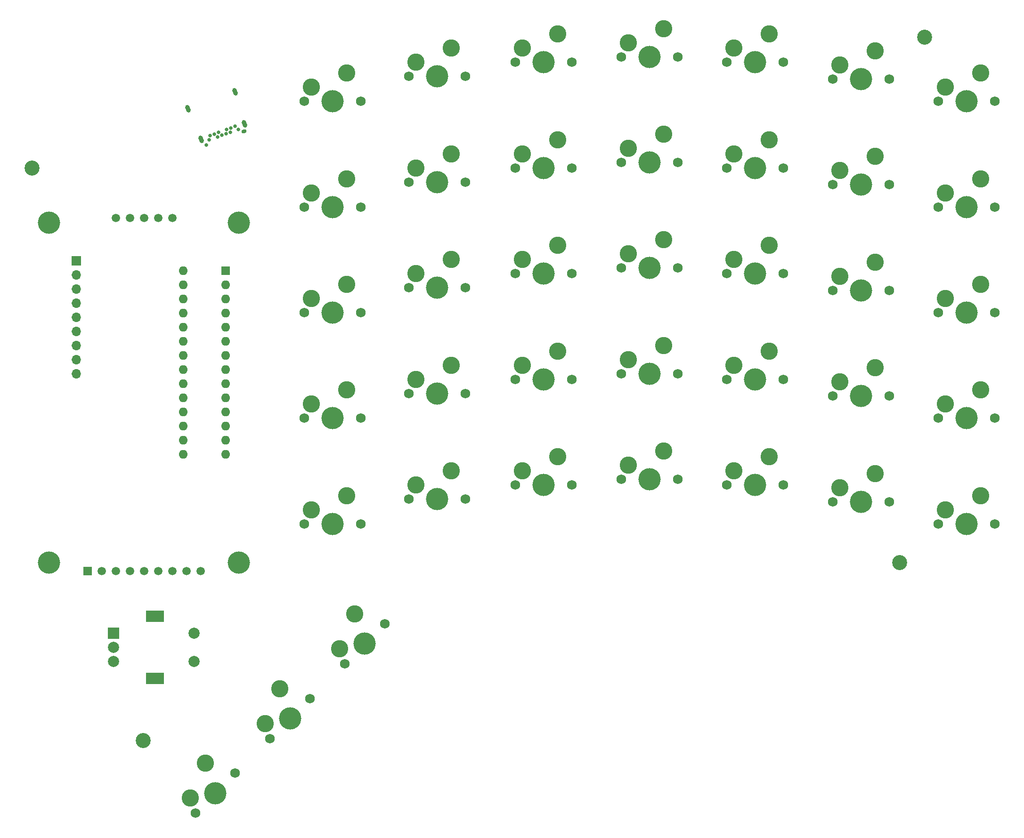
<source format=gbr>
%TF.GenerationSoftware,KiCad,Pcbnew,(6.0.7-1)-1*%
%TF.CreationDate,2022-10-21T15:59:20-04:00*%
%TF.ProjectId,Splitboard-B,53706c69-7462-46f6-9172-642d422e6b69,rev?*%
%TF.SameCoordinates,Original*%
%TF.FileFunction,Soldermask,Top*%
%TF.FilePolarity,Negative*%
%FSLAX46Y46*%
G04 Gerber Fmt 4.6, Leading zero omitted, Abs format (unit mm)*
G04 Created by KiCad (PCBNEW (6.0.7-1)-1) date 2022-10-21 15:59:20*
%MOMM*%
%LPD*%
G01*
G04 APERTURE LIST*
G04 Aperture macros list*
%AMHorizOval*
0 Thick line with rounded ends*
0 $1 width*
0 $2 $3 position (X,Y) of the first rounded end (center of the circle)*
0 $4 $5 position (X,Y) of the second rounded end (center of the circle)*
0 Add line between two ends*
20,1,$1,$2,$3,$4,$5,0*
0 Add two circle primitives to create the rounded ends*
1,1,$1,$2,$3*
1,1,$1,$4,$5*%
G04 Aperture macros list end*
%ADD10C,2.700000*%
%ADD11C,3.100000*%
%ADD12C,1.750000*%
%ADD13C,4.000000*%
%ADD14R,1.500000X1.500000*%
%ADD15C,1.500000*%
%ADD16R,2.000000X2.000000*%
%ADD17C,2.000000*%
%ADD18R,3.200000X2.000000*%
%ADD19R,1.700000X1.700000*%
%ADD20O,1.700000X1.700000*%
%ADD21R,1.600000X1.600000*%
%ADD22O,1.600000X1.600000*%
%ADD23C,0.650000*%
%ADD24HorizOval,0.650000X0.140954X0.051303X-0.140954X-0.051303X0*%
%ADD25HorizOval,0.800000X-0.102606X0.281908X0.102606X-0.281908X0*%
G04 APERTURE END LIST*
D10*
%TO.C,H2*%
X211500000Y-33500000D03*
%TD*%
D11*
%TO.C,K28*%
X221540000Y-96920000D03*
D12*
X224080000Y-102000000D03*
X213920000Y-102000000D03*
D11*
X215190000Y-99460000D03*
D13*
X219000000Y-102000000D03*
%TD*%
D12*
%TO.C,K11*%
X156920000Y-56000000D03*
D11*
X158190000Y-53460000D03*
D12*
X167080000Y-56000000D03*
D11*
X164540000Y-50920000D03*
D13*
X162000000Y-56000000D03*
%TD*%
%TO.C,U1*%
X54110000Y-128000000D03*
X54110000Y-66800000D03*
X88210000Y-66800000D03*
X88210000Y-128000000D03*
D14*
X61000000Y-129500000D03*
D15*
X63540000Y-129500000D03*
X66080000Y-129500000D03*
X68620000Y-129500000D03*
X71160000Y-129500000D03*
X73700000Y-129500000D03*
X76240000Y-129500000D03*
X78780000Y-129500000D03*
X81320000Y-129500000D03*
X66080000Y-65980000D03*
X68620000Y-65980000D03*
X71160000Y-65980000D03*
X73700000Y-65980000D03*
X76240000Y-65980000D03*
%TD*%
D13*
%TO.C,K33*%
X181000000Y-114000000D03*
D11*
X177190000Y-111460000D03*
X183540000Y-108920000D03*
D12*
X175920000Y-114000000D03*
X186080000Y-114000000D03*
%TD*%
D13*
%TO.C,K20*%
X200000000Y-79000000D03*
D11*
X196190000Y-76460000D03*
X202540000Y-73920000D03*
D12*
X194920000Y-79000000D03*
X205080000Y-79000000D03*
%TD*%
%TO.C,K13*%
X194920000Y-60000000D03*
D11*
X202540000Y-54920000D03*
X196190000Y-57460000D03*
D13*
X200000000Y-60000000D03*
D12*
X205080000Y-60000000D03*
%TD*%
%TO.C,K7*%
X213920000Y-45000000D03*
X224080000Y-45000000D03*
D11*
X221540000Y-39920000D03*
X215190000Y-42460000D03*
D13*
X219000000Y-45000000D03*
%TD*%
%TO.C,K17*%
X143000000Y-76000000D03*
D12*
X148080000Y-76000000D03*
D11*
X145540000Y-70920000D03*
D12*
X137920000Y-76000000D03*
D11*
X139190000Y-73460000D03*
%TD*%
%TO.C,K16*%
X126350000Y-73460000D03*
D12*
X118730000Y-78540000D03*
D13*
X123810000Y-78540000D03*
D12*
X128890000Y-78540000D03*
D11*
X120000000Y-76000000D03*
%TD*%
D13*
%TO.C,K37*%
X97395265Y-156000000D03*
D11*
X92905137Y-156898026D03*
D12*
X93803163Y-159592102D03*
X100987367Y-152407898D03*
D11*
X95599214Y-150611846D03*
%TD*%
%TO.C,K2*%
X120000000Y-38000000D03*
D13*
X123810000Y-40540000D03*
D12*
X128890000Y-40540000D03*
X118730000Y-40540000D03*
D11*
X126350000Y-35460000D03*
%TD*%
D12*
%TO.C,K38*%
X107238192Y-146157073D03*
D13*
X110830294Y-142564971D03*
D11*
X109034243Y-137176817D03*
X106340166Y-143462997D03*
D12*
X114422396Y-138972869D03*
%TD*%
D11*
%TO.C,K5*%
X177190000Y-35460000D03*
D12*
X186080000Y-38000000D03*
D13*
X181000000Y-38000000D03*
D12*
X175920000Y-38000000D03*
D11*
X183540000Y-32920000D03*
%TD*%
D13*
%TO.C,K9*%
X123810000Y-59540000D03*
D11*
X126350000Y-54460000D03*
D12*
X128890000Y-59540000D03*
D11*
X120000000Y-57000000D03*
D12*
X118730000Y-59540000D03*
%TD*%
D11*
%TO.C,K32*%
X164540000Y-107920000D03*
D12*
X167080000Y-113000000D03*
X156920000Y-113000000D03*
D11*
X158190000Y-110460000D03*
D13*
X162000000Y-113000000D03*
%TD*%
D11*
%TO.C,K1*%
X107540000Y-39920000D03*
D12*
X110080000Y-45000000D03*
D11*
X101190000Y-42460000D03*
D13*
X105000000Y-45000000D03*
D12*
X99920000Y-45000000D03*
%TD*%
%TO.C,K26*%
X186080000Y-95000000D03*
D13*
X181000000Y-95000000D03*
D11*
X183540000Y-89920000D03*
X177190000Y-92460000D03*
D12*
X175920000Y-95000000D03*
%TD*%
D16*
%TO.C,SW1*%
X65650000Y-140700000D03*
D17*
X65650000Y-145700000D03*
X65650000Y-143200000D03*
D18*
X73150000Y-148800000D03*
X73150000Y-137600000D03*
D17*
X80150000Y-145700000D03*
X80150000Y-140700000D03*
%TD*%
D11*
%TO.C,K4*%
X158190000Y-34460000D03*
X164540000Y-31920000D03*
D12*
X167080000Y-37000000D03*
X156920000Y-37000000D03*
D13*
X162000000Y-37000000D03*
%TD*%
D11*
%TO.C,K34*%
X196190000Y-114460000D03*
D12*
X194920000Y-117000000D03*
D11*
X202540000Y-111920000D03*
D12*
X205080000Y-117000000D03*
D13*
X200000000Y-117000000D03*
%TD*%
D11*
%TO.C,K30*%
X126350000Y-111460000D03*
X120000000Y-114000000D03*
D12*
X128890000Y-116540000D03*
X118730000Y-116540000D03*
D13*
X123810000Y-116540000D03*
%TD*%
D12*
%TO.C,K14*%
X213920000Y-64000000D03*
D11*
X221540000Y-58920000D03*
D12*
X224080000Y-64000000D03*
D13*
X219000000Y-64000000D03*
D11*
X215190000Y-61460000D03*
%TD*%
D12*
%TO.C,K12*%
X186080000Y-57000000D03*
D13*
X181000000Y-57000000D03*
D11*
X177190000Y-54460000D03*
D12*
X175920000Y-57000000D03*
D11*
X183540000Y-51920000D03*
%TD*%
D12*
%TO.C,K22*%
X110080000Y-102000000D03*
D11*
X107540000Y-96920000D03*
D13*
X105000000Y-102000000D03*
D11*
X101190000Y-99460000D03*
D12*
X99920000Y-102000000D03*
%TD*%
D11*
%TO.C,K6*%
X202540000Y-35920000D03*
D13*
X200000000Y-41000000D03*
D11*
X196190000Y-38460000D03*
D12*
X194920000Y-41000000D03*
X205080000Y-41000000D03*
%TD*%
%TO.C,K8*%
X99920000Y-64000000D03*
X110080000Y-64000000D03*
D11*
X107540000Y-58920000D03*
X101190000Y-61460000D03*
D13*
X105000000Y-64000000D03*
%TD*%
D12*
%TO.C,K18*%
X156920000Y-75000000D03*
D11*
X158190000Y-72460000D03*
D13*
X162000000Y-75000000D03*
D11*
X164540000Y-69920000D03*
D12*
X167080000Y-75000000D03*
%TD*%
D11*
%TO.C,K15*%
X107540000Y-77920000D03*
D12*
X99920000Y-83000000D03*
D11*
X101190000Y-80460000D03*
D13*
X105000000Y-83000000D03*
D12*
X110080000Y-83000000D03*
%TD*%
D11*
%TO.C,K21*%
X221540000Y-77920000D03*
D13*
X219000000Y-83000000D03*
D11*
X215190000Y-80460000D03*
D12*
X224080000Y-83000000D03*
X213920000Y-83000000D03*
%TD*%
D11*
%TO.C,K19*%
X183540000Y-70920000D03*
D12*
X175920000Y-76000000D03*
D13*
X181000000Y-76000000D03*
D12*
X186080000Y-76000000D03*
D11*
X177190000Y-73460000D03*
%TD*%
D10*
%TO.C,H1*%
X51000000Y-57000000D03*
%TD*%
%TO.C,H3*%
X71000000Y-160000000D03*
%TD*%
%TO.C,H4*%
X207000000Y-128000000D03*
%TD*%
D12*
%TO.C,K25*%
X167080000Y-94000000D03*
D11*
X164540000Y-88920000D03*
D13*
X162000000Y-94000000D03*
D12*
X156920000Y-94000000D03*
D11*
X158190000Y-91460000D03*
%TD*%
%TO.C,K10*%
X139190000Y-54460000D03*
D12*
X148080000Y-57000000D03*
D13*
X143000000Y-57000000D03*
D11*
X145540000Y-51920000D03*
D12*
X137920000Y-57000000D03*
%TD*%
D11*
%TO.C,K31*%
X145540000Y-108920000D03*
D13*
X143000000Y-114000000D03*
D12*
X148080000Y-114000000D03*
D11*
X139190000Y-111460000D03*
D12*
X137920000Y-114000000D03*
%TD*%
%TO.C,K23*%
X118730000Y-97540000D03*
D13*
X123810000Y-97540000D03*
D11*
X126350000Y-92460000D03*
X120000000Y-95000000D03*
D12*
X128890000Y-97540000D03*
%TD*%
D11*
%TO.C,K29*%
X107540000Y-115920000D03*
X101190000Y-118460000D03*
D13*
X105000000Y-121000000D03*
D12*
X110080000Y-121000000D03*
X99920000Y-121000000D03*
%TD*%
D11*
%TO.C,K24*%
X145540000Y-89920000D03*
D13*
X143000000Y-95000000D03*
D12*
X148080000Y-95000000D03*
X137920000Y-95000000D03*
D11*
X139190000Y-92460000D03*
%TD*%
D12*
%TO.C,K36*%
X87552338Y-165842926D03*
X80368134Y-173027130D03*
D13*
X83960236Y-169435028D03*
D11*
X82164185Y-164046874D03*
X79470108Y-170333054D03*
%TD*%
D13*
%TO.C,K35*%
X219000000Y-121000000D03*
D12*
X224080000Y-121000000D03*
X213920000Y-121000000D03*
D11*
X221540000Y-115920000D03*
X215190000Y-118460000D03*
%TD*%
D13*
%TO.C,K27*%
X200000000Y-98000000D03*
D11*
X202540000Y-92920000D03*
X196190000Y-95460000D03*
D12*
X194920000Y-98000000D03*
X205080000Y-98000000D03*
%TD*%
%TO.C,K3*%
X148080000Y-38000000D03*
D13*
X143000000Y-38000000D03*
D11*
X145540000Y-32920000D03*
D12*
X137920000Y-38000000D03*
D11*
X139190000Y-35460000D03*
%TD*%
D19*
%TO.C,J2*%
X58975000Y-73650000D03*
D20*
X58975000Y-76190000D03*
X58975000Y-78730000D03*
X58975000Y-81270000D03*
X58975000Y-83810000D03*
X58975000Y-86350000D03*
X58975000Y-88890000D03*
X58975000Y-91430000D03*
X58975000Y-93970000D03*
%TD*%
D21*
%TO.C,U2*%
X85800000Y-75500000D03*
D22*
X85800000Y-78040000D03*
X85800000Y-80580000D03*
X85800000Y-83120000D03*
X85800000Y-85660000D03*
X85800000Y-88200000D03*
X85800000Y-90740000D03*
X85800000Y-93280000D03*
X85800000Y-95820000D03*
X85800000Y-98360000D03*
X85800000Y-100900000D03*
X85800000Y-103440000D03*
X85800000Y-105980000D03*
X85800000Y-108520000D03*
X78180000Y-108520000D03*
X78180000Y-105980000D03*
X78180000Y-103440000D03*
X78180000Y-100900000D03*
X78180000Y-98360000D03*
X78180000Y-95820000D03*
X78180000Y-93280000D03*
X78180000Y-90740000D03*
X78180000Y-88200000D03*
X78180000Y-85660000D03*
X78180000Y-83120000D03*
X78180000Y-80580000D03*
X78180000Y-78040000D03*
X78180000Y-75500000D03*
%TD*%
D23*
%TO.C,J1*%
X82358314Y-52828332D03*
D24*
X89124101Y-50365787D03*
D23*
X88150034Y-50028603D03*
X87534743Y-49507626D03*
X86782989Y-49781243D03*
X86646526Y-50575835D03*
X86031235Y-50054859D03*
X85894772Y-50849452D03*
X85143018Y-51123068D03*
X84527727Y-50602091D03*
X84391264Y-51396684D03*
X83775972Y-50875707D03*
X83024218Y-51149323D03*
X82887755Y-51943916D03*
D25*
X87497883Y-43295603D03*
X79059443Y-46366943D03*
X89194613Y-49009901D03*
X81432752Y-51834987D03*
%TD*%
M02*

</source>
